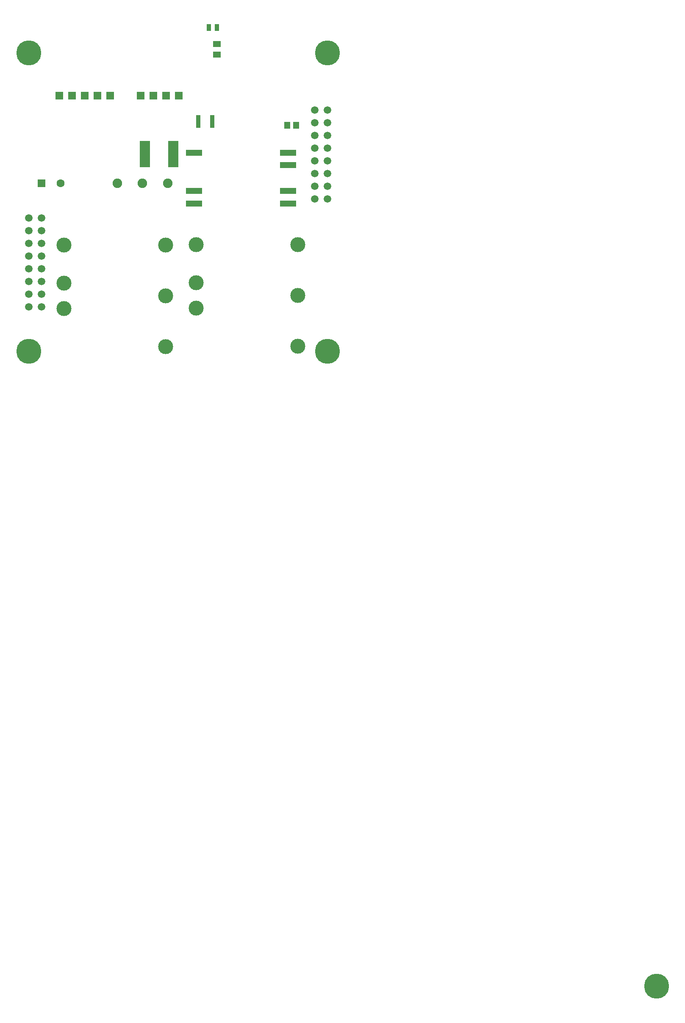
<source format=gbr>
G04 Layer_Color=255*
%FSLAX26Y26*%
%MOIN*%
%TF.FileFunction,Pads,Top*%
%TF.Part,Single*%
G01*
G75*
%TA.AperFunction,SMDPad,CuDef*%
%ADD10R,0.037402X0.053150*%
%ADD11R,0.037402X0.102362*%
%ADD12R,0.045276X0.057087*%
%ADD13R,0.059055X0.049213*%
%ADD14R,0.125984X0.047244*%
%ADD15R,0.078740X0.208661*%
%TA.AperFunction,ComponentPad*%
%ADD18C,0.059055*%
%TA.AperFunction,ViaPad*%
%ADD19C,0.196850*%
%TA.AperFunction,ComponentPad*%
%ADD20R,0.060000X0.060000*%
%ADD21R,0.060000X0.060000*%
%ADD22C,0.118110*%
%ADD23C,0.074803*%
%ADD24R,0.062992X0.062992*%
%ADD25C,0.062992*%
D10*
X1333346Y-322063D02*
D03*
X1270354D02*
D03*
D11*
X1295370Y-1062418D02*
D03*
X1185134D02*
D03*
D12*
X1886418Y-1092063D02*
D03*
X1957284D02*
D03*
D13*
X1332851Y-450726D02*
D03*
Y-533402D02*
D03*
D14*
X1893008Y-1308055D02*
D03*
Y-1406481D02*
D03*
Y-1608055D02*
D03*
Y-1708055D02*
D03*
X1152850D02*
D03*
Y-1608055D02*
D03*
Y-1308055D02*
D03*
D15*
X767614Y-1317063D02*
D03*
X988087D02*
D03*
D18*
X2202850Y-972063D02*
D03*
Y-1072063D02*
D03*
Y-1172063D02*
D03*
Y-1272063D02*
D03*
Y-1372063D02*
D03*
X2102850Y-972063D02*
D03*
Y-1072063D02*
D03*
Y-1172063D02*
D03*
Y-1272063D02*
D03*
Y-1372063D02*
D03*
X2202850Y-1472063D02*
D03*
Y-1572063D02*
D03*
Y-1672063D02*
D03*
X2102850Y-1472063D02*
D03*
Y-1572063D02*
D03*
Y-1672063D02*
D03*
X-47150Y-1822063D02*
D03*
Y-1922063D02*
D03*
Y-2022063D02*
D03*
Y-2122063D02*
D03*
Y-2222063D02*
D03*
X-147150Y-1822063D02*
D03*
Y-1922063D02*
D03*
Y-2022063D02*
D03*
Y-2122063D02*
D03*
Y-2222063D02*
D03*
X-47150Y-2322063D02*
D03*
Y-2422063D02*
D03*
Y-2522063D02*
D03*
X-147150Y-2322063D02*
D03*
Y-2422063D02*
D03*
Y-2522063D02*
D03*
D19*
X4791394Y-7871203D02*
D03*
X-147150Y-2872063D02*
D03*
X2202850D02*
D03*
X-147150Y-522063D02*
D03*
X2202850D02*
D03*
D20*
X393662Y-857181D02*
D03*
X293662D02*
D03*
X193662D02*
D03*
X93662D02*
D03*
X493662D02*
D03*
D21*
X1031850D02*
D03*
X931850D02*
D03*
X831850D02*
D03*
X731850D02*
D03*
D22*
X927850Y-2033559D02*
D03*
Y-2433559D02*
D03*
Y-2833559D02*
D03*
X127850Y-2033559D02*
D03*
Y-2533559D02*
D03*
Y-2333559D02*
D03*
X1967890Y-2831984D02*
D03*
Y-2031984D02*
D03*
X1167890Y-2531984D02*
D03*
Y-2331984D02*
D03*
Y-2031984D02*
D03*
X1967890Y-2431984D02*
D03*
D23*
X548126Y-1547063D02*
D03*
X944976D02*
D03*
X746551D02*
D03*
D24*
X-47150D02*
D03*
D25*
X101669D02*
D03*
%TF.MD5,7a1acd5c11fad6037ea24034836da611*%
M02*

</source>
